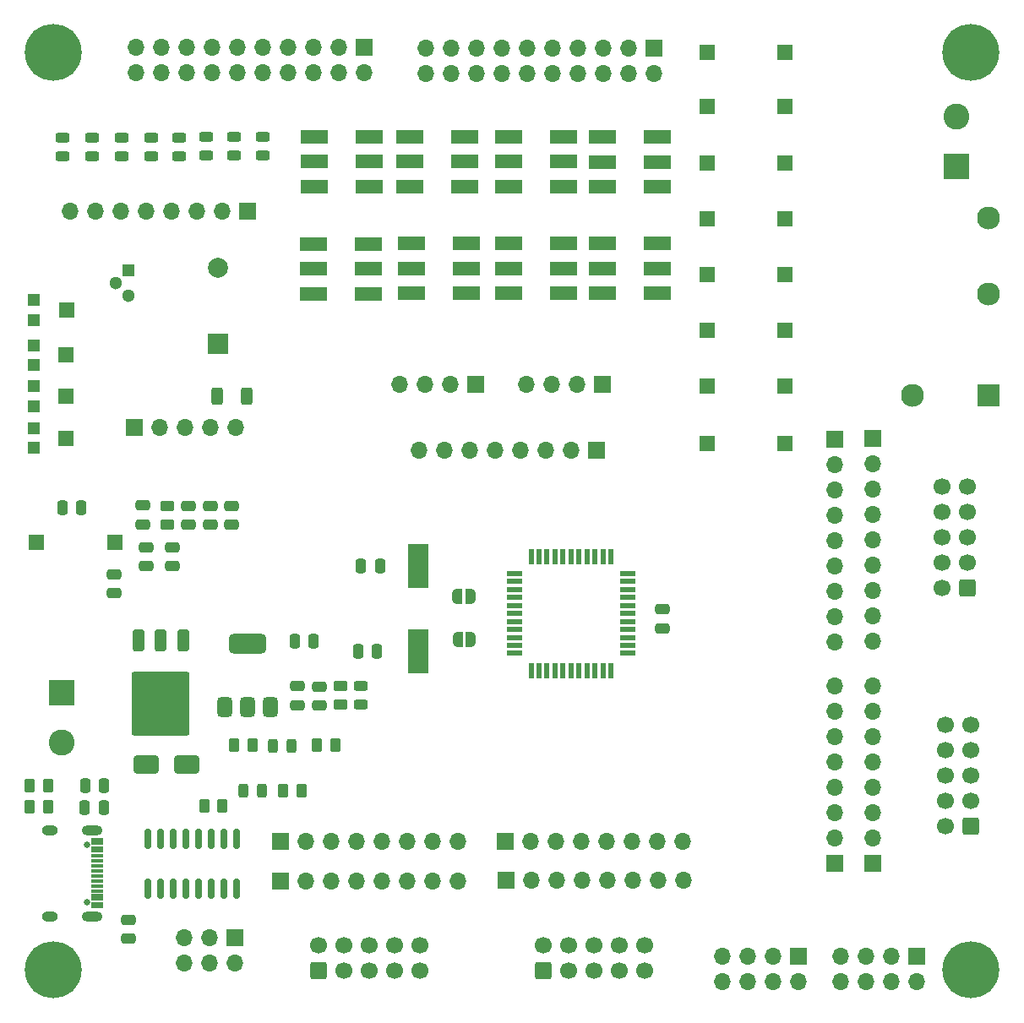
<source format=gbr>
%TF.GenerationSoftware,KiCad,Pcbnew,8.0.4*%
%TF.CreationDate,2025-03-19T03:37:00-05:00*%
%TF.ProjectId,ENRTENADOR ATMEGA1284P,454e5254-454e-4414-944f-522041544d45,rev?*%
%TF.SameCoordinates,Original*%
%TF.FileFunction,Soldermask,Top*%
%TF.FilePolarity,Negative*%
%FSLAX46Y46*%
G04 Gerber Fmt 4.6, Leading zero omitted, Abs format (unit mm)*
G04 Created by KiCad (PCBNEW 8.0.4) date 2025-03-19 03:37:00*
%MOMM*%
%LPD*%
G01*
G04 APERTURE LIST*
G04 Aperture macros list*
%AMRoundRect*
0 Rectangle with rounded corners*
0 $1 Rounding radius*
0 $2 $3 $4 $5 $6 $7 $8 $9 X,Y pos of 4 corners*
0 Add a 4 corners polygon primitive as box body*
4,1,4,$2,$3,$4,$5,$6,$7,$8,$9,$2,$3,0*
0 Add four circle primitives for the rounded corners*
1,1,$1+$1,$2,$3*
1,1,$1+$1,$4,$5*
1,1,$1+$1,$6,$7*
1,1,$1+$1,$8,$9*
0 Add four rect primitives between the rounded corners*
20,1,$1+$1,$2,$3,$4,$5,0*
20,1,$1+$1,$4,$5,$6,$7,0*
20,1,$1+$1,$6,$7,$8,$9,0*
20,1,$1+$1,$8,$9,$2,$3,0*%
%AMFreePoly0*
4,1,19,0.500000,-0.750000,0.000000,-0.750000,0.000000,-0.744911,-0.071157,-0.744911,-0.207708,-0.704816,-0.327430,-0.627875,-0.420627,-0.520320,-0.479746,-0.390866,-0.500000,-0.250000,-0.500000,0.250000,-0.479746,0.390866,-0.420627,0.520320,-0.327430,0.627875,-0.207708,0.704816,-0.071157,0.744911,0.000000,0.744911,0.000000,0.750000,0.500000,0.750000,0.500000,-0.750000,0.500000,-0.750000,
$1*%
%AMFreePoly1*
4,1,19,0.000000,0.744911,0.071157,0.744911,0.207708,0.704816,0.327430,0.627875,0.420627,0.520320,0.479746,0.390866,0.500000,0.250000,0.500000,-0.250000,0.479746,-0.390866,0.420627,-0.520320,0.327430,-0.627875,0.207708,-0.704816,0.071157,-0.744911,0.000000,-0.744911,0.000000,-0.750000,-0.500000,-0.750000,-0.500000,0.750000,0.000000,0.750000,0.000000,0.744911,0.000000,0.744911,
$1*%
G04 Aperture macros list end*
%ADD10C,1.300000*%
%ADD11R,1.300000X1.300000*%
%ADD12RoundRect,0.243750X-0.456250X0.243750X-0.456250X-0.243750X0.456250X-0.243750X0.456250X0.243750X0*%
%ADD13R,2.600000X2.600000*%
%ADD14C,2.600000*%
%ADD15R,1.700000X1.700000*%
%ADD16O,1.700000X1.700000*%
%ADD17RoundRect,0.102000X1.250000X-0.600000X1.250000X0.600000X-1.250000X0.600000X-1.250000X-0.600000X0*%
%ADD18R,1.500000X1.500000*%
%ADD19RoundRect,0.250000X0.600000X0.600000X-0.600000X0.600000X-0.600000X-0.600000X0.600000X-0.600000X0*%
%ADD20C,1.700000*%
%ADD21RoundRect,0.150000X0.150000X-0.825000X0.150000X0.825000X-0.150000X0.825000X-0.150000X-0.825000X0*%
%ADD22RoundRect,0.250000X0.250000X0.475000X-0.250000X0.475000X-0.250000X-0.475000X0.250000X-0.475000X0*%
%ADD23RoundRect,0.250000X-0.262500X-0.450000X0.262500X-0.450000X0.262500X0.450000X-0.262500X0.450000X0*%
%ADD24RoundRect,0.250000X0.312500X0.625000X-0.312500X0.625000X-0.312500X-0.625000X0.312500X-0.625000X0*%
%ADD25RoundRect,0.243750X0.456250X-0.243750X0.456250X0.243750X-0.456250X0.243750X-0.456250X-0.243750X0*%
%ADD26R,2.000000X4.500000*%
%ADD27FreePoly0,180.000000*%
%ADD28FreePoly1,180.000000*%
%ADD29RoundRect,0.250000X0.475000X-0.250000X0.475000X0.250000X-0.475000X0.250000X-0.475000X-0.250000X0*%
%ADD30RoundRect,0.250000X-0.350000X0.850000X-0.350000X-0.850000X0.350000X-0.850000X0.350000X0.850000X0*%
%ADD31RoundRect,0.249997X-2.650003X2.950003X-2.650003X-2.950003X2.650003X-2.950003X2.650003X2.950003X0*%
%ADD32RoundRect,0.250000X-0.475000X0.250000X-0.475000X-0.250000X0.475000X-0.250000X0.475000X0.250000X0*%
%ADD33R,1.500000X0.550000*%
%ADD34R,0.550000X1.500000*%
%ADD35RoundRect,0.250000X0.450000X-0.262500X0.450000X0.262500X-0.450000X0.262500X-0.450000X-0.262500X0*%
%ADD36RoundRect,0.250000X1.000000X0.650000X-1.000000X0.650000X-1.000000X-0.650000X1.000000X-0.650000X0*%
%ADD37RoundRect,0.250000X0.600000X-0.600000X0.600000X0.600000X-0.600000X0.600000X-0.600000X-0.600000X0*%
%ADD38C,5.700000*%
%ADD39R,1.200000X1.200000*%
%ADD40R,1.500000X1.600000*%
%ADD41RoundRect,0.250000X-0.250000X-0.475000X0.250000X-0.475000X0.250000X0.475000X-0.250000X0.475000X0*%
%ADD42RoundRect,0.250000X0.262500X0.450000X-0.262500X0.450000X-0.262500X-0.450000X0.262500X-0.450000X0*%
%ADD43O,1.600000X1.000000*%
%ADD44O,2.100000X1.000000*%
%ADD45R,1.150000X0.300000*%
%ADD46C,0.650000*%
%ADD47RoundRect,0.243750X0.243750X0.456250X-0.243750X0.456250X-0.243750X-0.456250X0.243750X-0.456250X0*%
%ADD48C,2.000000*%
%ADD49R,2.000000X2.000000*%
%ADD50RoundRect,0.375000X0.375000X-0.625000X0.375000X0.625000X-0.375000X0.625000X-0.375000X-0.625000X0*%
%ADD51RoundRect,0.500000X1.400000X-0.500000X1.400000X0.500000X-1.400000X0.500000X-1.400000X-0.500000X0*%
%ADD52R,2.300000X2.300000*%
%ADD53C,2.300000*%
G04 APERTURE END LIST*
D10*
%TO.C,Q2*%
X11560000Y-28420000D03*
X10290000Y-27150000D03*
D11*
X11560000Y-25880000D03*
%TD*%
D12*
%TO.C,D9*%
X22200000Y-12475000D03*
X22200000Y-14350000D03*
%TD*%
%TO.C,D10*%
X19400000Y-12475000D03*
X19400000Y-14350000D03*
%TD*%
D13*
%TO.C,J1*%
X4925000Y-68150000D03*
D14*
X4925000Y-73150000D03*
%TD*%
D15*
%TO.C,J8*%
X58450000Y-43900000D03*
D16*
X55910000Y-43900000D03*
X53370000Y-43900000D03*
X50830000Y-43900000D03*
X48290000Y-43900000D03*
X45750000Y-43900000D03*
X43210000Y-43900000D03*
X40670000Y-43900000D03*
%TD*%
D17*
%TO.C,S4*%
X35650000Y-28225000D03*
X35650000Y-25725000D03*
X35650000Y-23225000D03*
X30150000Y-28225000D03*
X30150000Y-25725000D03*
X30150000Y-23225000D03*
%TD*%
D18*
%TO.C,BT1*%
X77400000Y-43170000D03*
X69600000Y-43170000D03*
%TD*%
D19*
%TO.C,J17*%
X95675000Y-57675000D03*
D20*
X93135000Y-57675000D03*
X95675000Y-55135000D03*
X93135000Y-55135000D03*
X95675000Y-52595000D03*
X93135000Y-52595000D03*
X95675000Y-50055000D03*
X93135000Y-50055000D03*
X95675000Y-47515000D03*
X93135000Y-47515000D03*
%TD*%
D21*
%TO.C,U1*%
X13490000Y-87810000D03*
X14760000Y-87810000D03*
X16030000Y-87810000D03*
X17300000Y-87810000D03*
X18570000Y-87810000D03*
X19840000Y-87810000D03*
X21110000Y-87810000D03*
X22380000Y-87810000D03*
X22380000Y-82860000D03*
X21110000Y-82860000D03*
X19840000Y-82860000D03*
X18570000Y-82860000D03*
X17300000Y-82860000D03*
X16030000Y-82860000D03*
X14760000Y-82860000D03*
X13490000Y-82860000D03*
%TD*%
D22*
%TO.C,C2*%
X9110000Y-79680000D03*
X7210000Y-79680000D03*
%TD*%
D23*
%TO.C,R3*%
X19175000Y-79500000D03*
X21000000Y-79500000D03*
%TD*%
D18*
%TO.C,BT8*%
X77400000Y-4020000D03*
X69600000Y-4020000D03*
%TD*%
D24*
%TO.C,R9*%
X20467500Y-38470000D03*
X23392500Y-38470000D03*
%TD*%
D12*
%TO.C,D12*%
X13850000Y-12537500D03*
X13850000Y-14412500D03*
%TD*%
D18*
%TO.C,BT4*%
X77400000Y-26250000D03*
X69600000Y-26250000D03*
%TD*%
D25*
%TO.C,D5*%
X34900000Y-69385000D03*
X34900000Y-67510000D03*
%TD*%
D15*
%TO.C,J20*%
X86200000Y-42730000D03*
D16*
X86200000Y-45270000D03*
X86200000Y-47810000D03*
X86200000Y-50350000D03*
X86200000Y-52890000D03*
X86200000Y-55430000D03*
X86200000Y-57970000D03*
X86200000Y-60510000D03*
X86200000Y-63050000D03*
%TD*%
D15*
%TO.C,J10*%
X23550000Y-19950000D03*
D16*
X21010000Y-19950000D03*
X18470000Y-19950000D03*
X15930000Y-19950000D03*
X13390000Y-19950000D03*
X10850000Y-19950000D03*
X8310000Y-19950000D03*
X5770000Y-19950000D03*
%TD*%
D26*
%TO.C,Y1*%
X40600000Y-64000000D03*
X40600000Y-55500000D03*
%TD*%
D27*
%TO.C,JP2*%
X45825000Y-58550000D03*
D28*
X44525000Y-58550000D03*
%TD*%
D18*
%TO.C,BT5*%
X77400000Y-20700000D03*
X69600000Y-20700000D03*
%TD*%
D29*
%TO.C,C5*%
X15960000Y-55520000D03*
X15960000Y-53620000D03*
%TD*%
D19*
%TO.C,J19*%
X95980000Y-81600000D03*
D20*
X93440000Y-81600000D03*
X95980000Y-79060000D03*
X93440000Y-79060000D03*
X95980000Y-76520000D03*
X93440000Y-76520000D03*
X95980000Y-73980000D03*
X93440000Y-73980000D03*
X95980000Y-71440000D03*
X93440000Y-71440000D03*
%TD*%
D15*
%TO.C,PORTD1*%
X49360000Y-83100000D03*
D16*
X51900000Y-83100000D03*
X54440000Y-83100000D03*
X56980000Y-83100000D03*
X59520000Y-83100000D03*
X62060000Y-83100000D03*
X64600000Y-83100000D03*
X67140000Y-83100000D03*
%TD*%
D30*
%TO.C,U2*%
X17110000Y-62950000D03*
X14830000Y-62950000D03*
D31*
X14830000Y-69250000D03*
D30*
X12550000Y-62950000D03*
%TD*%
D15*
%TO.C,J7*%
X35205000Y-3485000D03*
D16*
X35205000Y-6025000D03*
X32665000Y-3485000D03*
X32665000Y-6025000D03*
X30125000Y-3485000D03*
X30125000Y-6025000D03*
X27585000Y-3485000D03*
X27585000Y-6025000D03*
X25045000Y-3485000D03*
X25045000Y-6025000D03*
X22505000Y-3485000D03*
X22505000Y-6025000D03*
X19965000Y-3485000D03*
X19965000Y-6025000D03*
X17425000Y-3485000D03*
X17425000Y-6025000D03*
X14885000Y-3485000D03*
X14885000Y-6025000D03*
X12345000Y-3485000D03*
X12345000Y-6025000D03*
%TD*%
D23*
%TO.C,R4*%
X22160000Y-73450000D03*
X23985000Y-73450000D03*
%TD*%
D15*
%TO.C,J13*%
X82350000Y-42780000D03*
D16*
X82350000Y-45320000D03*
X82350000Y-47860000D03*
X82350000Y-50400000D03*
X82350000Y-52940000D03*
X82350000Y-55480000D03*
X82350000Y-58020000D03*
X82350000Y-60560000D03*
X82350000Y-63100000D03*
%TD*%
D32*
%TO.C,C8*%
X12975000Y-49425000D03*
X12975000Y-51325000D03*
%TD*%
D15*
%TO.C,J16*%
X49380000Y-86950000D03*
D16*
X51920000Y-86950000D03*
X54460000Y-86950000D03*
X57000000Y-86950000D03*
X59540000Y-86950000D03*
X62080000Y-86950000D03*
X64620000Y-86950000D03*
X67160000Y-86950000D03*
%TD*%
D22*
%TO.C,C15*%
X36775000Y-55500000D03*
X34875000Y-55500000D03*
%TD*%
D15*
%TO.C,J3*%
X12185000Y-41640000D03*
D16*
X14725000Y-41640000D03*
X17265000Y-41640000D03*
X19805000Y-41640000D03*
X22345000Y-41640000D03*
%TD*%
D18*
%TO.C,SW1*%
X10180000Y-53080000D03*
X2380000Y-53080000D03*
%TD*%
D33*
%TO.C,U4*%
X50225000Y-56250000D03*
X50225000Y-57050000D03*
X50225000Y-57850000D03*
X50225000Y-58650000D03*
X50225000Y-59450000D03*
X50225000Y-60250000D03*
X50225000Y-61050000D03*
X50225000Y-61850000D03*
X50225000Y-62650000D03*
X50225000Y-63450000D03*
X50225000Y-64250000D03*
D34*
X51925000Y-65950000D03*
X52725000Y-65950000D03*
X53525000Y-65950000D03*
X54325000Y-65950000D03*
X55125000Y-65950000D03*
X55925000Y-65950000D03*
X56725000Y-65950000D03*
X57525000Y-65950000D03*
X58325000Y-65950000D03*
X59125000Y-65950000D03*
X59925000Y-65950000D03*
D33*
X61625000Y-64250000D03*
X61625000Y-63450000D03*
X61625000Y-62650000D03*
X61625000Y-61850000D03*
X61625000Y-61050000D03*
X61625000Y-60250000D03*
X61625000Y-59450000D03*
X61625000Y-58650000D03*
X61625000Y-57850000D03*
X61625000Y-57050000D03*
X61625000Y-56250000D03*
D34*
X59925000Y-54550000D03*
X59125000Y-54550000D03*
X58325000Y-54550000D03*
X57525000Y-54550000D03*
X56725000Y-54550000D03*
X55925000Y-54550000D03*
X55125000Y-54550000D03*
X54325000Y-54550000D03*
X53525000Y-54550000D03*
X52725000Y-54550000D03*
X51925000Y-54550000D03*
%TD*%
D27*
%TO.C,JP1*%
X45900000Y-62850000D03*
D28*
X44600000Y-62850000D03*
%TD*%
D35*
%TO.C,R8*%
X15500000Y-51300000D03*
X15500000Y-49475000D03*
%TD*%
D36*
%TO.C,D2*%
X17390000Y-75370000D03*
X13390000Y-75370000D03*
%TD*%
D15*
%TO.C,PORTC1*%
X82355000Y-85315000D03*
D16*
X82355000Y-82775000D03*
X82355000Y-80235000D03*
X82355000Y-77695000D03*
X82355000Y-75155000D03*
X82355000Y-72615000D03*
X82355000Y-70075000D03*
X82355000Y-67535000D03*
%TD*%
D37*
%TO.C,J24*%
X53160000Y-96030000D03*
D20*
X53160000Y-93490000D03*
X55700000Y-96030000D03*
X55700000Y-93490000D03*
X58240000Y-96030000D03*
X58240000Y-93490000D03*
X60780000Y-96030000D03*
X60780000Y-93490000D03*
X63320000Y-96030000D03*
X63320000Y-93490000D03*
%TD*%
D29*
%TO.C,C4*%
X13350000Y-55500000D03*
X13350000Y-53600000D03*
%TD*%
D15*
%TO.C,J6*%
X64205000Y-3610000D03*
D16*
X64205000Y-6150000D03*
X61665000Y-3610000D03*
X61665000Y-6150000D03*
X59125000Y-3610000D03*
X59125000Y-6150000D03*
X56585000Y-3610000D03*
X56585000Y-6150000D03*
X54045000Y-3610000D03*
X54045000Y-6150000D03*
X51505000Y-3610000D03*
X51505000Y-6150000D03*
X48965000Y-3610000D03*
X48965000Y-6150000D03*
X46425000Y-3610000D03*
X46425000Y-6150000D03*
X43885000Y-3610000D03*
X43885000Y-6150000D03*
X41345000Y-3610000D03*
X41345000Y-6150000D03*
%TD*%
D38*
%TO.C,REF\u002A\u002A*%
X96000000Y-96000000D03*
%TD*%
D39*
%TO.C,RV4*%
X2120000Y-28840000D03*
D40*
X5370000Y-29840000D03*
D39*
X2120000Y-30840000D03*
%TD*%
D17*
%TO.C,S8*%
X35700000Y-17450000D03*
X35700000Y-14950000D03*
X35700000Y-12450000D03*
X30200000Y-17450000D03*
X30200000Y-14950000D03*
X30200000Y-12450000D03*
%TD*%
D32*
%TO.C,C7*%
X19775000Y-49475000D03*
X19775000Y-51375000D03*
%TD*%
D17*
%TO.C,S1*%
X64575000Y-28150000D03*
X64575000Y-25650000D03*
X64575000Y-23150000D03*
X59075000Y-28150000D03*
X59075000Y-25650000D03*
X59075000Y-23150000D03*
%TD*%
D12*
%TO.C,D11*%
X16625000Y-12525000D03*
X16625000Y-14400000D03*
%TD*%
D41*
%TO.C,C11*%
X28255000Y-63030000D03*
X30155000Y-63030000D03*
%TD*%
D42*
%TO.C,R1*%
X28912500Y-78000000D03*
X27087500Y-78000000D03*
%TD*%
D18*
%TO.C,BT2*%
X77400000Y-37430000D03*
X69600000Y-37430000D03*
%TD*%
D32*
%TO.C,C13*%
X65075000Y-59825000D03*
X65075000Y-61725000D03*
%TD*%
D17*
%TO.C,S6*%
X55150000Y-17450000D03*
X55150000Y-14950000D03*
X55150000Y-12450000D03*
X49650000Y-17450000D03*
X49650000Y-14950000D03*
X49650000Y-12450000D03*
%TD*%
D35*
%TO.C,R7*%
X32830000Y-69372500D03*
X32830000Y-67547500D03*
%TD*%
D12*
%TO.C,D8*%
X25075000Y-12475000D03*
X25075000Y-14350000D03*
%TD*%
D43*
%TO.C,J2*%
X3725000Y-90615000D03*
D44*
X7905000Y-90615000D03*
D43*
X3725000Y-81975000D03*
D44*
X7905000Y-81975000D03*
D45*
X8470000Y-83245000D03*
X8470000Y-84045000D03*
X8470000Y-84545000D03*
X8470000Y-85545000D03*
X8470000Y-87045000D03*
X8470000Y-88045000D03*
X8470000Y-88545000D03*
X8470000Y-89345000D03*
X8470000Y-89645000D03*
X8470000Y-88845000D03*
X8470000Y-87545000D03*
X8470000Y-86545000D03*
X8470000Y-86045000D03*
X8470000Y-85045000D03*
X8470000Y-83745000D03*
X8470000Y-82945000D03*
D46*
X7405000Y-89185000D03*
X7405000Y-83405000D03*
%TD*%
D42*
%TO.C,R2*%
X32320000Y-73440000D03*
X30495000Y-73440000D03*
%TD*%
D13*
%TO.C,J9*%
X94540000Y-15460000D03*
D14*
X94540000Y-10460000D03*
%TD*%
D15*
%TO.C,J4*%
X59075000Y-37300000D03*
D16*
X56535000Y-37300000D03*
X53995000Y-37300000D03*
X51455000Y-37300000D03*
%TD*%
D22*
%TO.C,C14*%
X36500000Y-64075000D03*
X34600000Y-64075000D03*
%TD*%
D32*
%TO.C,C6*%
X17625000Y-49475000D03*
X17625000Y-51375000D03*
%TD*%
D22*
%TO.C,C17*%
X6875000Y-49665000D03*
X4975000Y-49665000D03*
%TD*%
%TO.C,C1*%
X9140000Y-77500000D03*
X7240000Y-77500000D03*
%TD*%
D12*
%TO.C,D13*%
X10900000Y-12525000D03*
X10900000Y-14400000D03*
%TD*%
D17*
%TO.C,S7*%
X45250000Y-17450000D03*
X45250000Y-14950000D03*
X45250000Y-12450000D03*
X39750000Y-17450000D03*
X39750000Y-14950000D03*
X39750000Y-12450000D03*
%TD*%
%TO.C,S3*%
X45425000Y-28150000D03*
X45425000Y-25650000D03*
X45425000Y-23150000D03*
X39925000Y-28150000D03*
X39925000Y-25650000D03*
X39925000Y-23150000D03*
%TD*%
D38*
%TO.C,REF\u002A\u002A*%
X4000000Y-4000000D03*
%TD*%
D15*
%TO.C,ICSP1*%
X22260000Y-92710000D03*
D16*
X22260000Y-95250000D03*
X19720000Y-92710000D03*
X19720000Y-95250000D03*
X17180000Y-92710000D03*
X17180000Y-95250000D03*
%TD*%
D23*
%TO.C,R5*%
X1710000Y-79620000D03*
X3535000Y-79620000D03*
%TD*%
D18*
%TO.C,BT7*%
X77400000Y-9470000D03*
X69600000Y-9470000D03*
%TD*%
D32*
%TO.C,C3*%
X11575000Y-90950000D03*
X11575000Y-92850000D03*
%TD*%
D38*
%TO.C,REF\u002A\u002A*%
X96000000Y-4000000D03*
%TD*%
D12*
%TO.C,D15*%
X4950000Y-12575000D03*
X4950000Y-14450000D03*
%TD*%
D39*
%TO.C,RV3*%
X2090000Y-33360000D03*
D40*
X5340000Y-34360000D03*
D39*
X2090000Y-35360000D03*
%TD*%
D15*
%TO.C,J14*%
X26845000Y-83100000D03*
D16*
X29385000Y-83100000D03*
X31925000Y-83100000D03*
X34465000Y-83100000D03*
X37005000Y-83100000D03*
X39545000Y-83100000D03*
X42085000Y-83100000D03*
X44625000Y-83100000D03*
%TD*%
D17*
%TO.C,S5*%
X64600000Y-17500000D03*
X64600000Y-15000000D03*
X64600000Y-12500000D03*
X59100000Y-17500000D03*
X59100000Y-15000000D03*
X59100000Y-12500000D03*
%TD*%
D38*
%TO.C,REF\u002A\u002A*%
X4000000Y-96000000D03*
%TD*%
D29*
%TO.C,C16*%
X10150000Y-58200000D03*
X10150000Y-56300000D03*
%TD*%
D37*
%TO.C,J18*%
X30625000Y-96015000D03*
D20*
X30625000Y-93475000D03*
X33165000Y-96015000D03*
X33165000Y-93475000D03*
X35705000Y-96015000D03*
X35705000Y-93475000D03*
X38245000Y-96015000D03*
X38245000Y-93475000D03*
X40785000Y-96015000D03*
X40785000Y-93475000D03*
%TD*%
D15*
%TO.C,J5*%
X46375000Y-37325000D03*
D16*
X43835000Y-37325000D03*
X41295000Y-37325000D03*
X38755000Y-37325000D03*
%TD*%
D23*
%TO.C,R6*%
X1707500Y-77530000D03*
X3532500Y-77530000D03*
%TD*%
D47*
%TO.C,D4*%
X27905000Y-73490000D03*
X26030000Y-73490000D03*
%TD*%
D48*
%TO.C,BZ1*%
X20550000Y-25600000D03*
D49*
X20550000Y-33200000D03*
%TD*%
D39*
%TO.C,RV1*%
X2090000Y-41670000D03*
D40*
X5340000Y-42670000D03*
D39*
X2090000Y-43670000D03*
%TD*%
D15*
%TO.C,J11*%
X78700000Y-94570000D03*
D16*
X78700000Y-97110000D03*
X76160000Y-94570000D03*
X76160000Y-97110000D03*
X73620000Y-94570000D03*
X73620000Y-97110000D03*
X71080000Y-94570000D03*
X71080000Y-97110000D03*
%TD*%
D32*
%TO.C,C12*%
X21900000Y-49475000D03*
X21900000Y-51375000D03*
%TD*%
%TO.C,C10*%
X30680000Y-67560000D03*
X30680000Y-69460000D03*
%TD*%
D47*
%TO.C,D3*%
X24937500Y-78000000D03*
X23062500Y-78000000D03*
%TD*%
D18*
%TO.C,BT3*%
X77400000Y-31880000D03*
X69600000Y-31880000D03*
%TD*%
D15*
%TO.C,J15*%
X86205000Y-85315000D03*
D16*
X86205000Y-82775000D03*
X86205000Y-80235000D03*
X86205000Y-77695000D03*
X86205000Y-75155000D03*
X86205000Y-72615000D03*
X86205000Y-70075000D03*
X86205000Y-67535000D03*
%TD*%
D50*
%TO.C,U3*%
X21225000Y-69600000D03*
X23525000Y-69600000D03*
D51*
X23525000Y-63300000D03*
D50*
X25825000Y-69600000D03*
%TD*%
D18*
%TO.C,BT6*%
X77400000Y-15070000D03*
X69600000Y-15070000D03*
%TD*%
D39*
%TO.C,RV2*%
X2090000Y-37480000D03*
D40*
X5340000Y-38480000D03*
D39*
X2090000Y-39480000D03*
%TD*%
D12*
%TO.C,D14*%
X7950000Y-12550000D03*
X7950000Y-14425000D03*
%TD*%
D29*
%TO.C,C9*%
X28530000Y-69450000D03*
X28530000Y-67550000D03*
%TD*%
D17*
%TO.C,S2*%
X55175000Y-28150000D03*
X55175000Y-25650000D03*
X55175000Y-23150000D03*
X49675000Y-28150000D03*
X49675000Y-25650000D03*
X49675000Y-23150000D03*
%TD*%
D52*
%TO.C,K1*%
X97770000Y-38420000D03*
D53*
X97770000Y-28260000D03*
X97770000Y-20640000D03*
X90150000Y-38420000D03*
%TD*%
D15*
%TO.C,PORTB1*%
X26795000Y-87075000D03*
D16*
X29335000Y-87075000D03*
X31875000Y-87075000D03*
X34415000Y-87075000D03*
X36955000Y-87075000D03*
X39495000Y-87075000D03*
X42035000Y-87075000D03*
X44575000Y-87075000D03*
%TD*%
D15*
%TO.C,J12*%
X90530000Y-94580000D03*
D16*
X90530000Y-97120000D03*
X87990000Y-94580000D03*
X87990000Y-97120000D03*
X85450000Y-94580000D03*
X85450000Y-97120000D03*
X82910000Y-94580000D03*
X82910000Y-97120000D03*
%TD*%
M02*

</source>
